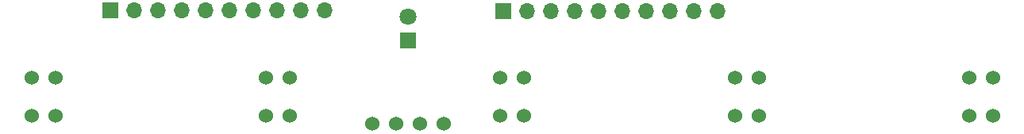
<source format=gbr>
%TF.GenerationSoftware,KiCad,Pcbnew,7.0.9*%
%TF.CreationDate,2024-03-23T08:09:55+09:00*%
%TF.ProjectId,03-front,30332d66-726f-46e7-942e-6b696361645f,rev?*%
%TF.SameCoordinates,Original*%
%TF.FileFunction,Soldermask,Bot*%
%TF.FilePolarity,Negative*%
%FSLAX46Y46*%
G04 Gerber Fmt 4.6, Leading zero omitted, Abs format (unit mm)*
G04 Created by KiCad (PCBNEW 7.0.9) date 2024-03-23 08:09:55*
%MOMM*%
%LPD*%
G01*
G04 APERTURE LIST*
%ADD10R,1.800000X1.800000*%
%ADD11C,1.800000*%
%ADD12C,1.524000*%
%ADD13R,1.700000X1.700000*%
%ADD14O,1.700000X1.700000*%
G04 APERTURE END LIST*
D10*
%TO.C,D1*%
X88900000Y-93980000D03*
D11*
X88900000Y-91440000D03*
%TD*%
D12*
%TO.C,U4*%
X123730000Y-97950000D03*
X126270000Y-97950000D03*
X123730000Y-102050000D03*
X126270000Y-102050000D03*
%TD*%
%TO.C,U3*%
X98730000Y-97950000D03*
X101270000Y-97950000D03*
X98730000Y-102050000D03*
X101270000Y-102050000D03*
%TD*%
%TO.C,U6*%
X85090000Y-102870000D03*
X87630000Y-102870000D03*
X90170000Y-102870000D03*
X92710000Y-102870000D03*
%TD*%
%TO.C,U2*%
X73730000Y-97950000D03*
X76270000Y-97950000D03*
X73730000Y-102050000D03*
X76270000Y-102050000D03*
%TD*%
%TO.C,U5*%
X148730000Y-97950000D03*
X151270000Y-97950000D03*
X148730000Y-102050000D03*
X151270000Y-102050000D03*
%TD*%
%TO.C,U1*%
X48730000Y-97950000D03*
X51270000Y-97950000D03*
X48730000Y-102050000D03*
X51270000Y-102050000D03*
%TD*%
D13*
%TO.C,REF\u002A\u002A*%
X57150000Y-90805000D03*
D14*
X59690000Y-90805000D03*
X62230000Y-90805000D03*
X64770000Y-90805000D03*
X67310000Y-90805000D03*
X69850000Y-90805000D03*
X72390000Y-90805000D03*
X74930000Y-90805000D03*
X77470000Y-90805000D03*
X80010000Y-90805000D03*
%TD*%
D13*
%TO.C,J1*%
X99060000Y-90875000D03*
D14*
X101600000Y-90875000D03*
X104140000Y-90875000D03*
X106680000Y-90875000D03*
X109220000Y-90875000D03*
X111760000Y-90875000D03*
X114300000Y-90875000D03*
X116840000Y-90875000D03*
X119380000Y-90875000D03*
X121920000Y-90875000D03*
%TD*%
M02*

</source>
